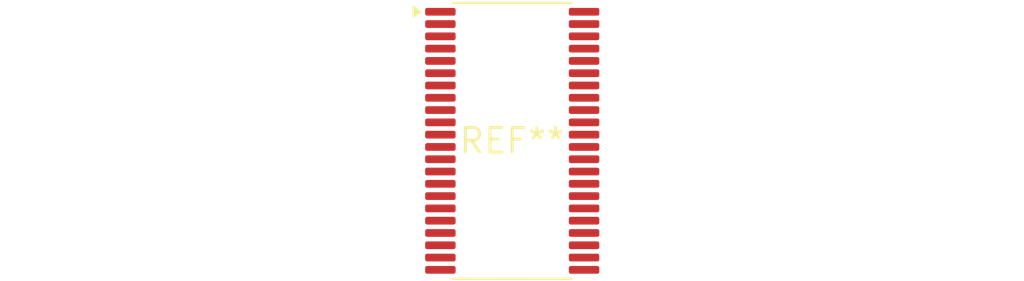
<source format=kicad_pcb>
(kicad_pcb (version 20240108) (generator pcbnew)
  (layers (0 "F.Cu" signal) (31 "B.Cu" signal) (34 "B.Paste" user) (35 "F.Paste" user) (36 "B.SilkS" user "B.Silkscreen") (37 "F.SilkS" user "F.Silkscreen") (38 "B.Mask" user) (39 "F.Mask" user) (44 "Edge.Cuts" user))
  (net 0 "")
  (footprint "HTSSOP-44_6.1x14mm_P0.635mm_TopEP4.14x7.01mm" (layer "F.Cu") (at 0 0)
    (property "Reference" "REF**")
    (property "Value" "HTSSOP-44_6.1x14mm_P0.635mm_TopEP4.14x7.01mm")
    (fp_line (start 0 -7.1275) (end -3.05 -7.1275) (layer "F.SilkS") (stroke (width 0.12)))
    (fp_line (start 0 -7.1275) (end 3.05 -7.1275) (layer "F.SilkS") (stroke (width 0.12)))
    (fp_line (start 0 7.1275) (end -3.05 7.1275) (layer "F.SilkS") (stroke (width 0.12)))
    (fp_line (start 0 7.1275) (end 3.05 7.1275) (layer "F.SilkS") (stroke (width 0.12)))
    (fp_poly (pts (xy -4.76 -6.6675) (xy -5.09 -6.9075) (xy -5.09 -6.4275) (xy -4.76 -6.6675)) (layer "F.SilkS") (stroke (width 0.12)) (fill solid))
    (pad "1" smd roundrect (at -3.7125 -6.6675) (size 1.575 0.4) (layers "F.Cu" "F.Paste" "F.Mask"))
    (pad "2" smd roundrect (at -3.7125 -6.0325) (size 1.575 0.4) (layers "F.Cu" "F.Paste" "F.Mask"))
    (pad "3" smd roundrect (at -3.7125 -5.3975) (size 1.575 0.4) (layers "F.Cu" "F.Paste" "F.Mask"))
    (pad "4" smd roundrect (at -3.7125 -4.7625) (size 1.575 0.4) (layers "F.Cu" "F.Paste" "F.Mask"))
    (pad "5" smd roundrect (at -3.7125 -4.1275) (size 1.575 0.4) (layers "F.Cu" "F.Paste" "F.Mask"))
    (pad "6" smd roundrect (at -3.7125 -3.4925) (size 1.575 0.4) (layers "F.Cu" "F.Paste" "F.Mask"))
    (pad "7" smd roundrect (at -3.7125 -2.8575) (size 1.575 0.4) (layers "F.Cu" "F.Paste" "F.Mask"))
    (pad "8" smd roundrect (at -3.7125 -2.2225) (size 1.575 0.4) (layers "F.Cu" "F.Paste" "F.Mask"))
    (pad "9" smd roundrect (at -3.7125 -1.5875) (size 1.575 0.4) (layers "F.Cu" "F.Paste" "F.Mask"))
    (pad "10" smd roundrect (at -3.7125 -0.9525) (size 1.575 0.4) (layers "F.Cu" "F.Paste" "F.Mask"))
    (pad "11" smd roundrect (at -3.7125 -0.3175) (size 1.575 0.4) (layers "F.Cu" "F.Paste" "F.Mask"))
    (pad "12" smd roundrect (at -3.7125 0.3175) (size 1.575 0.4) (layers "F.Cu" "F.Paste" "F.Mask"))
    (pad "13" smd roundrect (at -3.7125 0.9525) (size 1.575 0.4) (layers "F.Cu" "F.Paste" "F.Mask"))
    (pad "14" smd roundrect (at -3.7125 1.5875) (size 1.575 0.4) (layers "F.Cu" "F.Paste" "F.Mask"))
    (pad "15" smd roundrect (at -3.7125 2.2225) (size 1.575 0.4) (layers "F.Cu" "F.Paste" "F.Mask"))
    (pad "16" smd roundrect (at -3.7125 2.8575) (size 1.575 0.4) (layers "F.Cu" "F.Paste" "F.Mask"))
    (pad "17" smd roundrect (at -3.7125 3.4925) (size 1.575 0.4) (layers "F.Cu" "F.Paste" "F.Mask"))
    (pad "18" smd roundrect (at -3.7125 4.1275) (size 1.575 0.4) (layers "F.Cu" "F.Paste" "F.Mask"))
    (pad "19" smd roundrect (at -3.7125 4.7625) (size 1.575 0.4) (layers "F.Cu" "F.Paste" "F.Mask"))
    (pad "20" smd roundrect (at -3.7125 5.3975) (size 1.575 0.4) (layers "F.Cu" "F.Paste" "F.Mask"))
    (pad "21" smd roundrect (at -3.7125 6.0325) (size 1.575 0.4) (layers "F.Cu" "F.Paste" "F.Mask"))
    (pad "22" smd roundrect (at -3.7125 6.6675) (size 1.575 0.4) (layers "F.Cu" "F.Paste" "F.Mask"))
    (pad "23" smd roundrect (at 3.7125 6.6675) (size 1.575 0.4) (layers "F.Cu" "F.Paste" "F.Mask"))
    (pad "24" smd roundrect (at 3.7125 6.0325) (size 1.575 0.4) (layers "F.Cu" "F.Paste" "F.Mask"))
    (pad "25" smd roundrect (at 3.7125 5.3975) (size 1.575 0.4) (layers "F.Cu" "F.Paste" "F.Mask"))
    (pad "26" smd roundrect (at 3.7125 4.7625) (size 1.575 0.4) (layers "F.Cu" "F.Paste" "F.Mask"))
    (pad "27" smd roundrect (at 3.7125 4.1275) (size 1.575 0.4) (layers "F.Cu" "F.Paste" "F.Mask"))
    (pad "28" smd roundrect (at 3.7125 3.4925) (size 1.575 0.4) (layers "F.Cu" "F.Paste" "F.Mask"))
    (pad "29" smd roundrect (at 3.7125 2.8575) (size 1.575 0.4) (layers "F.Cu" "F.Paste" "F.Mask"))
    (pad "30" smd roundrect (at 3.7125 2.2225) (size 1.575 0.4) (layers "F.Cu" "F.Paste" "F.Mask"))
    (pad "31" smd roundrect (at 3.7125 1.5875) (size 1.575 0.4) (layers "F.Cu" "F.Paste" "F.Mask"))
    (pad "32" smd roundrect (at 3.7125 0.9525) (size 1.575 0.4) (layers "F.Cu" "F.Paste" "F.Mask"))
    (pad "33" smd roundrect (at 3.7125 0.3175) (size 1.575 0.4) (layers "F.Cu" "F.Paste" "F.Mask"))
    (pad "34" smd roundrect (at 3.7125 -0.3175) (size 1.575 0.4) (layers "F.Cu" "F.Paste" "F.Mask"))
    (pad "35" smd roundrect (at 3.7125 -0.9525) (size 1.575 0.4) (layers "F.Cu" "F.Paste" "F.Mask"))
    (pad "36" smd roundrect (at 3.7125 -1.5875) (size 1.575 0.4) (layers "F.Cu" "F.Paste" "F.Mask"))
    (pad "37" smd roundrect (at 3.7125 -2.2225) (size 1.575 0.4) (layers "F.Cu" "F.Paste" "F.Mask"))
    (pad "38" smd roundrect (at 3.7125 -2.8575) (size 1.575 0.4) (layers "F.Cu" "F.Paste" "F.Mask"))
    (pad "39" smd roundrect (at 3.7125 -3.4925) (size 1.575 0.4) (layers "F.Cu" "F.Paste" "F.Mask"))
    (pad "40" smd roundrect (at 3.7125 -4.1275) (size 1.575 0.4) (layers "F.Cu" "F.Paste" "F.Mask"))
    (pad "41" smd roundrect (at 3.7125 -4.7625) (size 1.575 0.4) (layers "F.Cu" "F.Paste" "F.Mask"))
    (pad "42" smd roundrect (at 3.7125 -5.3975) (size 1.575 0.4) (layers "F.Cu" "F.Paste" "F.Mask"))
    (pad "43" smd roundrect (at 3.7125 -6.0325) (size 1.575 0.4) (layers "F.Cu" "F.Paste" "F.Mask"))
    (pad "44" smd roundrect (at 3.7125 -6.6675) (size 1.575 0.4) (layers "F.Cu" "F.Paste" "F.Mask"))
  )
)
</source>
